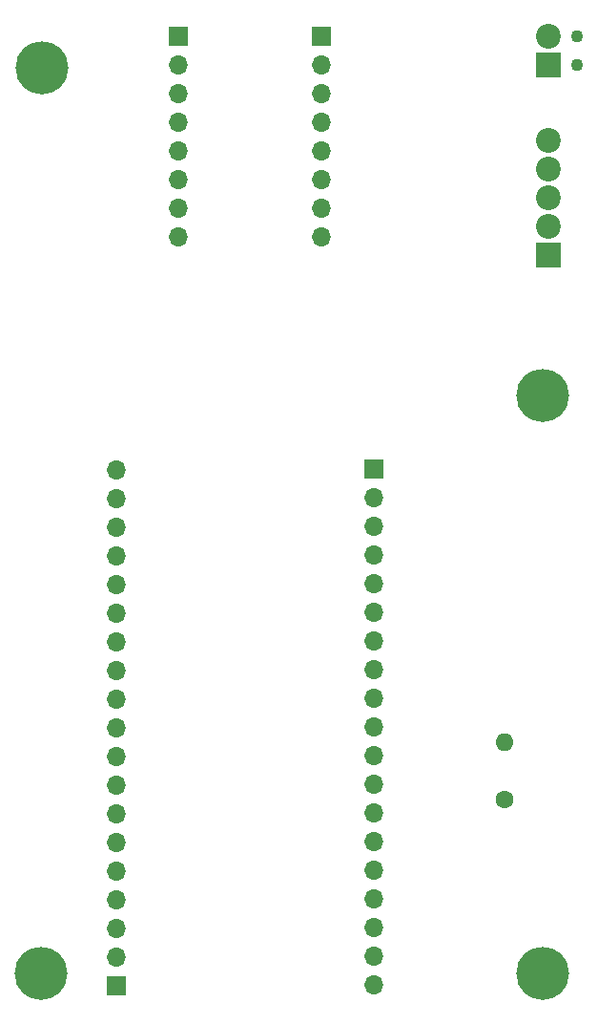
<source format=gbs>
G04 #@! TF.GenerationSoftware,KiCad,Pcbnew,8.0.2*
G04 #@! TF.CreationDate,2024-07-19T17:57:26-05:00*
G04 #@! TF.ProjectId,syringe_pump_circuit,73797269-6e67-4655-9f70-756d705f6369,rev?*
G04 #@! TF.SameCoordinates,Original*
G04 #@! TF.FileFunction,Soldermask,Bot*
G04 #@! TF.FilePolarity,Negative*
%FSLAX46Y46*%
G04 Gerber Fmt 4.6, Leading zero omitted, Abs format (unit mm)*
G04 Created by KiCad (PCBNEW 8.0.2) date 2024-07-19 17:57:26*
%MOMM*%
%LPD*%
G01*
G04 APERTURE LIST*
%ADD10O,1.700000X1.700000*%
%ADD11R,1.700000X1.700000*%
%ADD12R,2.200000X2.200000*%
%ADD13C,2.200000*%
%ADD14C,4.700000*%
%ADD15C,1.600000*%
%ADD16O,1.600000X1.600000*%
%ADD17C,1.100000*%
G04 APERTURE END LIST*
D10*
X169200000Y-59120000D03*
X169200000Y-56580000D03*
X169200000Y-54040000D03*
X169200000Y-51500000D03*
X169200000Y-48960000D03*
X169200000Y-46420000D03*
X169200000Y-43880000D03*
D11*
X169200000Y-41340000D03*
D12*
X189400000Y-60760000D03*
D13*
X189400000Y-58220000D03*
X189400000Y-55680000D03*
X189400000Y-53140000D03*
X189400000Y-50600000D03*
D14*
X188898809Y-73200000D03*
D11*
X156500000Y-41340000D03*
D10*
X156500000Y-43880000D03*
X156500000Y-46420000D03*
X156500000Y-48960000D03*
X156500000Y-51500000D03*
X156500000Y-54040000D03*
X156500000Y-56580000D03*
X156500000Y-59120000D03*
D11*
X173860000Y-79750000D03*
D10*
X173860000Y-82290000D03*
X173860000Y-84830000D03*
X173860000Y-87370000D03*
X173860000Y-89910000D03*
X173860000Y-92450000D03*
X173860000Y-94990000D03*
X173860000Y-97530000D03*
X173860000Y-100070000D03*
X173860000Y-102610000D03*
X173860000Y-105150000D03*
X173860000Y-107690000D03*
X173860000Y-110230000D03*
X173860000Y-112770000D03*
X173860000Y-115310000D03*
X173860000Y-117850000D03*
X173860000Y-120390000D03*
X173860000Y-122930000D03*
X173860000Y-125470000D03*
D14*
X188900000Y-124400000D03*
D10*
X151000000Y-79780000D03*
X151000000Y-82320000D03*
X151000000Y-84860000D03*
X151000000Y-87400000D03*
X151000000Y-89940000D03*
X151000000Y-92480000D03*
X151000000Y-95020000D03*
X151000000Y-97560000D03*
X151000000Y-100100000D03*
X151000000Y-102640000D03*
X151000000Y-105180000D03*
X151000000Y-107720000D03*
X151000000Y-110260000D03*
X151000000Y-112800000D03*
X151000000Y-115340000D03*
X151000000Y-117880000D03*
X151000000Y-120420000D03*
X151000000Y-122960000D03*
D11*
X151000000Y-125500000D03*
D14*
X144300000Y-124400000D03*
D15*
X185500000Y-109000000D03*
D16*
X185500000Y-103920000D03*
D14*
X144400000Y-44200000D03*
D13*
X189400000Y-41360000D03*
D12*
X189400000Y-43900000D03*
D17*
X191940000Y-41360000D03*
X191940000Y-43900000D03*
M02*

</source>
